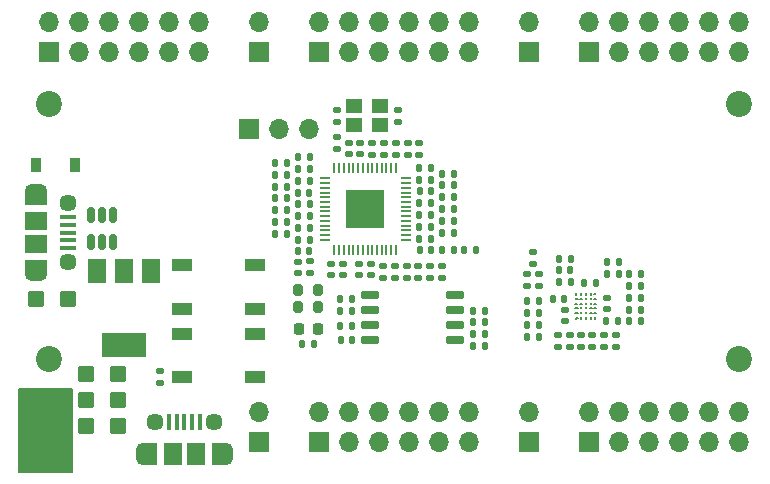
<source format=gts>
G04 #@! TF.GenerationSoftware,KiCad,Pcbnew,(6.0.7)*
G04 #@! TF.CreationDate,2022-09-05T12:55:51-07:00*
G04 #@! TF.ProjectId,ice2040,69636532-3034-4302-9e6b-696361645f70,1*
G04 #@! TF.SameCoordinates,Original*
G04 #@! TF.FileFunction,Soldermask,Top*
G04 #@! TF.FilePolarity,Negative*
%FSLAX46Y46*%
G04 Gerber Fmt 4.6, Leading zero omitted, Abs format (unit mm)*
G04 Created by KiCad (PCBNEW (6.0.7)) date 2022-09-05 12:55:51*
%MOMM*%
%LPD*%
G01*
G04 APERTURE LIST*
G04 Aperture macros list*
%AMRoundRect*
0 Rectangle with rounded corners*
0 $1 Rounding radius*
0 $2 $3 $4 $5 $6 $7 $8 $9 X,Y pos of 4 corners*
0 Add a 4 corners polygon primitive as box body*
4,1,4,$2,$3,$4,$5,$6,$7,$8,$9,$2,$3,0*
0 Add four circle primitives for the rounded corners*
1,1,$1+$1,$2,$3*
1,1,$1+$1,$4,$5*
1,1,$1+$1,$6,$7*
1,1,$1+$1,$8,$9*
0 Add four rect primitives between the rounded corners*
20,1,$1+$1,$2,$3,$4,$5,0*
20,1,$1+$1,$4,$5,$6,$7,0*
20,1,$1+$1,$6,$7,$8,$9,0*
20,1,$1+$1,$8,$9,$2,$3,0*%
G04 Aperture macros list end*
%ADD10C,0.127000*%
%ADD11C,0.135000*%
%ADD12RoundRect,0.200000X-0.200000X-0.275000X0.200000X-0.275000X0.200000X0.275000X-0.200000X0.275000X0*%
%ADD13RoundRect,0.135000X0.135000X0.185000X-0.135000X0.185000X-0.135000X-0.185000X0.135000X-0.185000X0*%
%ADD14RoundRect,0.135000X-0.185000X0.135000X-0.185000X-0.135000X0.185000X-0.135000X0.185000X0.135000X0*%
%ADD15RoundRect,0.140000X0.140000X0.170000X-0.140000X0.170000X-0.140000X-0.170000X0.140000X-0.170000X0*%
%ADD16RoundRect,0.135000X0.185000X-0.135000X0.185000X0.135000X-0.185000X0.135000X-0.185000X-0.135000X0*%
%ADD17RoundRect,0.135000X-0.135000X-0.185000X0.135000X-0.185000X0.135000X0.185000X-0.135000X0.185000X0*%
%ADD18RoundRect,0.250000X0.450000X0.425000X-0.450000X0.425000X-0.450000X-0.425000X0.450000X-0.425000X0*%
%ADD19R,1.400000X1.200000*%
%ADD20R,1.500000X2.000000*%
%ADD21R,3.800000X2.000000*%
%ADD22RoundRect,0.140000X-0.140000X-0.170000X0.140000X-0.170000X0.140000X0.170000X-0.140000X0.170000X0*%
%ADD23R,0.400000X1.350000*%
%ADD24C,1.450000*%
%ADD25R,1.200000X1.900000*%
%ADD26O,1.200000X1.900000*%
%ADD27R,1.500000X1.900000*%
%ADD28RoundRect,0.140000X-0.170000X0.140000X-0.170000X-0.140000X0.170000X-0.140000X0.170000X0.140000X0*%
%ADD29RoundRect,0.140000X0.170000X-0.140000X0.170000X0.140000X-0.170000X0.140000X-0.170000X-0.140000X0*%
%ADD30R,0.900000X1.200000*%
%ADD31RoundRect,0.150000X0.150000X-0.512500X0.150000X0.512500X-0.150000X0.512500X-0.150000X-0.512500X0*%
%ADD32R,1.700000X1.700000*%
%ADD33O,1.700000X1.700000*%
%ADD34R,1.800000X1.100000*%
%ADD35RoundRect,0.218750X-0.218750X-0.256250X0.218750X-0.256250X0.218750X0.256250X-0.218750X0.256250X0*%
%ADD36RoundRect,0.150000X0.650000X0.150000X-0.650000X0.150000X-0.650000X-0.150000X0.650000X-0.150000X0*%
%ADD37C,2.200000*%
%ADD38C,0.127000*%
%ADD39C,0.254000*%
%ADD40RoundRect,0.050000X0.387500X0.050000X-0.387500X0.050000X-0.387500X-0.050000X0.387500X-0.050000X0*%
%ADD41RoundRect,0.050000X0.050000X0.387500X-0.050000X0.387500X-0.050000X-0.387500X0.050000X-0.387500X0*%
%ADD42R,3.200000X3.200000*%
%ADD43R,1.350000X0.400000*%
%ADD44O,1.900000X1.200000*%
%ADD45R,1.900000X1.200000*%
%ADD46R,1.900000X1.500000*%
G04 APERTURE END LIST*
D10*
X156500000Y-108480000D02*
X156320000Y-108480000D01*
X157920000Y-108080000D02*
X158010000Y-108080000D01*
X156810000Y-107280000D02*
X156721500Y-107280000D01*
X156410000Y-107680000D02*
X156490000Y-107680000D01*
X157610000Y-108480000D02*
X157700000Y-108480000D01*
X157912500Y-108480000D02*
X158010000Y-108480000D01*
X158010000Y-108080000D02*
X158100000Y-108080000D01*
X156410000Y-108880000D02*
X156413850Y-108925298D01*
X156410000Y-108080000D02*
X156320000Y-108080000D01*
X156410000Y-108480000D02*
X156500000Y-108480000D01*
X156810000Y-108880000D02*
X156810000Y-108790000D01*
X156490000Y-107680000D02*
X156320000Y-107680000D01*
X157920000Y-107280000D02*
X158100000Y-107280000D01*
X157610000Y-108790000D02*
X157610000Y-108976000D01*
X156720000Y-107280000D02*
X156900000Y-107280000D01*
X156410000Y-106880000D02*
X156340000Y-106810000D01*
X156500000Y-107280000D02*
X156410000Y-107280000D01*
X156410000Y-108080000D02*
X156500000Y-108080000D01*
X158009500Y-108791000D02*
X158009500Y-108969000D01*
X156810000Y-106880000D02*
X156810000Y-106780000D01*
X156810000Y-108790000D02*
X156810000Y-108970000D01*
X156810000Y-106880000D02*
X156810000Y-106970000D01*
X109220000Y-114935000D02*
X113665000Y-114935000D01*
X113665000Y-114935000D02*
X113665000Y-121920000D01*
X113665000Y-121920000D02*
X109220000Y-121920000D01*
X109220000Y-121920000D02*
X109220000Y-114935000D01*
G36*
X109220000Y-114935000D02*
G01*
X113665000Y-114935000D01*
X113665000Y-121920000D01*
X109220000Y-121920000D01*
X109220000Y-114935000D01*
G37*
X157210000Y-108880000D02*
X157210000Y-108790000D01*
X157210000Y-106790000D02*
X157210000Y-106880000D01*
X156810000Y-106780000D02*
X156810000Y-106880000D01*
X157610000Y-108080000D02*
X157700000Y-108080000D01*
X158010000Y-108480000D02*
X158100000Y-108480000D01*
D11*
X157610000Y-106850000D02*
X157662500Y-106800000D01*
D10*
X156410000Y-107280000D02*
X156500000Y-107280000D01*
X157700000Y-108080000D02*
X157520000Y-108080000D01*
X157610000Y-108880000D02*
X157610000Y-108790000D01*
X156410000Y-106880000D02*
X156410000Y-106970000D01*
X157210000Y-106880000D02*
X157210000Y-106790000D01*
X156410000Y-107280000D02*
X156340000Y-107210000D01*
X156403850Y-108935298D02*
X156373850Y-108965298D01*
X156320000Y-108080000D02*
X156410000Y-108080000D01*
X158010000Y-107280000D02*
X157920000Y-107280000D01*
X158010000Y-107680000D02*
X158100000Y-107680000D01*
X156410000Y-106970000D02*
X156410000Y-106880000D01*
X156410000Y-108880000D02*
X156500000Y-108880000D01*
X157920000Y-107680000D02*
X158010000Y-107680000D01*
X157210000Y-106880000D02*
X157210000Y-106970000D01*
X158010000Y-107680000D02*
X157920000Y-107680000D01*
X158010000Y-106880000D02*
X157920000Y-106880000D01*
X158010000Y-108080000D02*
X157920000Y-108080000D01*
X157210000Y-108790000D02*
X157210000Y-108970000D01*
X156900000Y-107680000D02*
X156720000Y-107680000D01*
X157610000Y-108480000D02*
X157520000Y-108480000D01*
X157700000Y-108480000D02*
X157610000Y-108480000D01*
X156500000Y-108880000D02*
X156410000Y-108880000D01*
X156810000Y-107680000D02*
X156900000Y-107680000D01*
X157610000Y-106860000D02*
X157610000Y-106970000D01*
X158010000Y-106880000D02*
X158071500Y-106819000D01*
D12*
X132875000Y-106500000D03*
X134525000Y-106500000D03*
X132875000Y-108000000D03*
X134525000Y-108000000D03*
D13*
X148630000Y-110280000D03*
X147610000Y-110280000D03*
X144130000Y-101180000D03*
X143110000Y-101180000D03*
D14*
X156813850Y-110345298D03*
X156813850Y-111365298D03*
X159763850Y-110345298D03*
X159763850Y-111365298D03*
D15*
X133800000Y-103220000D03*
X132840000Y-103220000D03*
D13*
X148630000Y-108280000D03*
X147610000Y-108280000D03*
D14*
X143020000Y-104470000D03*
X143020000Y-105490000D03*
D16*
X121120000Y-114390000D03*
X121120000Y-113370000D03*
D17*
X132810000Y-96280000D03*
X133830000Y-96280000D03*
D14*
X142110000Y-94080000D03*
X142110000Y-95100000D03*
D18*
X117570000Y-115880000D03*
X114870000Y-115880000D03*
D15*
X133800000Y-98280000D03*
X132840000Y-98280000D03*
D14*
X140110000Y-94080000D03*
X140110000Y-95100000D03*
D19*
X139810000Y-90990000D03*
X137610000Y-90990000D03*
X137610000Y-92590000D03*
X139810000Y-92590000D03*
D20*
X120420000Y-104930000D03*
X118120000Y-104930000D03*
D21*
X118120000Y-111230000D03*
D20*
X115820000Y-104930000D03*
D22*
X157078500Y-105920000D03*
X158038500Y-105920000D03*
D23*
X121920000Y-117717500D03*
X122570000Y-117717500D03*
X123220000Y-117717500D03*
X123870000Y-117717500D03*
X124520000Y-117717500D03*
D24*
X125720000Y-117717500D03*
X120720000Y-117717500D03*
D25*
X126120000Y-120417500D03*
D26*
X119720000Y-120417500D03*
X126720000Y-120417500D03*
D27*
X122220000Y-120417500D03*
D25*
X120320000Y-120417500D03*
D27*
X124220000Y-120417500D03*
D28*
X155451500Y-108202000D03*
X155451500Y-109162000D03*
D17*
X136410000Y-107280000D03*
X137430000Y-107280000D03*
D13*
X146030000Y-97680000D03*
X145010000Y-97680000D03*
D29*
X132820000Y-105100000D03*
X132820000Y-104140000D03*
D30*
X110670000Y-95980000D03*
X113970000Y-95980000D03*
D13*
X155930000Y-103910000D03*
X154910000Y-103910000D03*
D17*
X130910000Y-95780000D03*
X131930000Y-95780000D03*
D14*
X155863850Y-110345298D03*
X155863850Y-111365298D03*
D16*
X139120000Y-95090000D03*
X139120000Y-94070000D03*
D17*
X132810000Y-100280000D03*
X133830000Y-100280000D03*
X130910000Y-100780000D03*
X131930000Y-100780000D03*
D14*
X158763850Y-110345298D03*
X158763850Y-111365298D03*
D17*
X130910000Y-98780000D03*
X131930000Y-98780000D03*
D31*
X115307500Y-102480000D03*
X116257500Y-102480000D03*
X117207500Y-102480000D03*
X117207500Y-100205000D03*
X116257500Y-100205000D03*
X115307500Y-100205000D03*
D17*
X130910000Y-99780000D03*
X131930000Y-99780000D03*
D13*
X144130000Y-96180000D03*
X143110000Y-96180000D03*
D29*
X138120000Y-95060000D03*
X138120000Y-94100000D03*
D13*
X148630000Y-109280000D03*
X147610000Y-109280000D03*
D17*
X145010000Y-101680000D03*
X146030000Y-101680000D03*
D29*
X137120000Y-95060000D03*
X137120000Y-94100000D03*
D32*
X152400000Y-86380000D03*
D33*
X152400000Y-83840000D03*
D13*
X146030000Y-96680000D03*
X145010000Y-96680000D03*
D32*
X128720000Y-92880000D03*
D33*
X131260000Y-92880000D03*
X133800000Y-92880000D03*
D15*
X155900000Y-104880000D03*
X154940000Y-104880000D03*
D18*
X117570000Y-113680000D03*
X114870000Y-113680000D03*
D28*
X139020000Y-104300000D03*
X139020000Y-105260000D03*
D18*
X117570000Y-118080000D03*
X114870000Y-118080000D03*
D17*
X158953850Y-105185298D03*
X159973850Y-105185298D03*
D32*
X157480000Y-119380000D03*
D33*
X160020000Y-119380000D03*
X162560000Y-119380000D03*
X165100000Y-119380000D03*
X167640000Y-119380000D03*
X170180000Y-119380000D03*
X157480000Y-116840000D03*
X160020000Y-116840000D03*
X162560000Y-116840000D03*
X165100000Y-116840000D03*
X167640000Y-116840000D03*
X170180000Y-116840000D03*
D17*
X130910000Y-96780000D03*
X131930000Y-96780000D03*
D14*
X143110000Y-94080000D03*
X143110000Y-95100000D03*
D17*
X160853850Y-107185298D03*
X161873850Y-107185298D03*
D14*
X141110000Y-94080000D03*
X141110000Y-95100000D03*
D13*
X146030000Y-99680000D03*
X145010000Y-99680000D03*
D17*
X147610000Y-111280000D03*
X148630000Y-111280000D03*
X132810000Y-95280000D03*
X133830000Y-95280000D03*
X152210000Y-108480000D03*
X153230000Y-108480000D03*
D34*
X123020000Y-108130000D03*
X129220000Y-108130000D03*
X123020000Y-104430000D03*
X129220000Y-104430000D03*
D28*
X138020000Y-104300000D03*
X138020000Y-105260000D03*
D17*
X146900000Y-103180000D03*
X147920000Y-103180000D03*
X136410000Y-108280000D03*
X137430000Y-108280000D03*
X160853850Y-105185298D03*
X161873850Y-105185298D03*
X160853850Y-109185298D03*
X161873850Y-109185298D03*
D18*
X113370000Y-107280000D03*
X110670000Y-107280000D03*
D32*
X129540000Y-86360000D03*
D33*
X129540000Y-83820000D03*
D15*
X137400000Y-110780000D03*
X136440000Y-110780000D03*
D17*
X152210000Y-109480000D03*
X153230000Y-109480000D03*
D13*
X146030000Y-100680000D03*
X145010000Y-100680000D03*
D32*
X134620000Y-119380000D03*
D33*
X137160000Y-119380000D03*
X139700000Y-119380000D03*
X142240000Y-119380000D03*
X144780000Y-119380000D03*
X147320000Y-119380000D03*
X134620000Y-116840000D03*
X137160000Y-116840000D03*
X139700000Y-116840000D03*
X142240000Y-116840000D03*
X144780000Y-116840000D03*
X147320000Y-116840000D03*
D17*
X136410000Y-109580000D03*
X137430000Y-109580000D03*
D34*
X129220000Y-110230000D03*
X123020000Y-110230000D03*
X129220000Y-113930000D03*
X123020000Y-113930000D03*
D32*
X111760000Y-86365000D03*
D33*
X114300000Y-86365000D03*
X116840000Y-86365000D03*
X119380000Y-86365000D03*
X121920000Y-86365000D03*
X124460000Y-86365000D03*
X111760000Y-83825000D03*
X114300000Y-83825000D03*
X116840000Y-83825000D03*
X119380000Y-83825000D03*
X121920000Y-83825000D03*
X124460000Y-83825000D03*
D35*
X132925000Y-109800000D03*
X134500000Y-109800000D03*
D17*
X130910000Y-101780000D03*
X131930000Y-101780000D03*
D16*
X152763850Y-104295298D03*
X152763850Y-103275298D03*
D13*
X144130000Y-102180000D03*
X143110000Y-102180000D03*
D14*
X144020000Y-104470000D03*
X144020000Y-105490000D03*
D17*
X132810000Y-101280000D03*
X133830000Y-101280000D03*
X160853850Y-106185298D03*
X161873850Y-106185298D03*
D28*
X141310000Y-91310000D03*
X141310000Y-92270000D03*
D17*
X152210000Y-110480000D03*
X153230000Y-110480000D03*
D36*
X146120000Y-110785000D03*
X146120000Y-109515000D03*
X146120000Y-108245000D03*
X146120000Y-106975000D03*
X138920000Y-106975000D03*
X138920000Y-108245000D03*
X138920000Y-109515000D03*
X138920000Y-110785000D03*
D37*
X111760000Y-112395000D03*
D38*
X156410000Y-106880000D03*
X156810000Y-106880000D03*
X157210000Y-106880000D03*
X157610000Y-106880000D03*
X158010000Y-106880000D03*
X156410000Y-107280000D03*
X156810000Y-107280000D03*
D39*
X157210000Y-107280000D03*
X157610000Y-107280000D03*
D38*
X158010000Y-107280000D03*
X156410000Y-107680000D03*
X156810000Y-107680000D03*
D39*
X157210000Y-107680000D03*
X157610000Y-107680000D03*
D38*
X158010000Y-107680000D03*
X156410000Y-108080000D03*
D39*
X156810000Y-108080000D03*
X157210000Y-108080000D03*
D38*
X157610000Y-108080000D03*
X158010000Y-108080000D03*
X156410000Y-108480000D03*
D39*
X156810000Y-108480000D03*
X157210000Y-108480000D03*
D38*
X157610000Y-108480000D03*
X158010000Y-108480000D03*
X156410000Y-108880000D03*
X156810000Y-108880000D03*
X157210000Y-108880000D03*
X157610000Y-108880000D03*
X158010000Y-108880000D03*
D32*
X129540000Y-119375000D03*
D33*
X129540000Y-116835000D03*
D28*
X135620000Y-104300000D03*
X135620000Y-105260000D03*
D17*
X132810000Y-102280000D03*
X133830000Y-102280000D03*
D13*
X144130000Y-100180000D03*
X143110000Y-100180000D03*
X146020000Y-103180000D03*
X145000000Y-103180000D03*
D16*
X153263850Y-106195298D03*
X153263850Y-105175298D03*
D17*
X132810000Y-97280000D03*
X133830000Y-97280000D03*
X132810000Y-99280000D03*
X133830000Y-99280000D03*
D40*
X141957500Y-102280000D03*
X141957500Y-101880000D03*
X141957500Y-101480000D03*
X141957500Y-101080000D03*
X141957500Y-100680000D03*
X141957500Y-100280000D03*
X141957500Y-99880000D03*
X141957500Y-99480000D03*
X141957500Y-99080000D03*
X141957500Y-98680000D03*
X141957500Y-98280000D03*
X141957500Y-97880000D03*
X141957500Y-97480000D03*
X141957500Y-97080000D03*
D41*
X141120000Y-96242500D03*
X140720000Y-96242500D03*
X140320000Y-96242500D03*
X139920000Y-96242500D03*
X139520000Y-96242500D03*
X139120000Y-96242500D03*
X138720000Y-96242500D03*
X138320000Y-96242500D03*
X137920000Y-96242500D03*
X137520000Y-96242500D03*
X137120000Y-96242500D03*
X136720000Y-96242500D03*
X136320000Y-96242500D03*
X135920000Y-96242500D03*
D40*
X135082500Y-97080000D03*
X135082500Y-97480000D03*
X135082500Y-97880000D03*
X135082500Y-98280000D03*
X135082500Y-98680000D03*
X135082500Y-99080000D03*
X135082500Y-99480000D03*
X135082500Y-99880000D03*
X135082500Y-100280000D03*
X135082500Y-100680000D03*
X135082500Y-101080000D03*
X135082500Y-101480000D03*
X135082500Y-101880000D03*
X135082500Y-102280000D03*
D41*
X135920000Y-103117500D03*
X136320000Y-103117500D03*
X136720000Y-103117500D03*
X137120000Y-103117500D03*
X137520000Y-103117500D03*
X137920000Y-103117500D03*
X138320000Y-103117500D03*
X138720000Y-103117500D03*
X139120000Y-103117500D03*
X139520000Y-103117500D03*
X139920000Y-103117500D03*
X140320000Y-103117500D03*
X140720000Y-103117500D03*
X141120000Y-103117500D03*
D42*
X138520000Y-99680000D03*
D16*
X136120000Y-94600000D03*
X136120000Y-93580000D03*
D14*
X154863850Y-110345298D03*
X154863850Y-111365298D03*
D17*
X160853850Y-108185298D03*
X161873850Y-108185298D03*
D14*
X157763850Y-110345298D03*
X157763850Y-111365298D03*
D32*
X157480000Y-86365000D03*
D33*
X160020000Y-86365000D03*
X162560000Y-86365000D03*
X165100000Y-86365000D03*
X167640000Y-86365000D03*
X170180000Y-86365000D03*
X157480000Y-83825000D03*
X160020000Y-83825000D03*
X162560000Y-83825000D03*
X165100000Y-83825000D03*
X167640000Y-83825000D03*
X170180000Y-83825000D03*
D13*
X144130000Y-97180000D03*
X143110000Y-97180000D03*
D14*
X140020000Y-104470000D03*
X140020000Y-105490000D03*
X145020000Y-104470000D03*
X145020000Y-105490000D03*
D28*
X136110000Y-91310000D03*
X136110000Y-92270000D03*
D22*
X143140000Y-98180000D03*
X144100000Y-98180000D03*
D13*
X134222500Y-111100000D03*
X133202500Y-111100000D03*
D17*
X130910000Y-97780000D03*
X131930000Y-97780000D03*
D22*
X143140000Y-103180000D03*
X144100000Y-103180000D03*
D37*
X170180000Y-90805000D03*
D16*
X152263850Y-106195298D03*
X152263850Y-105175298D03*
D17*
X158953850Y-104185298D03*
X159973850Y-104185298D03*
D13*
X144130000Y-99180000D03*
X143110000Y-99180000D03*
X159953850Y-109185298D03*
X158933850Y-109185298D03*
D29*
X158970000Y-108180000D03*
X158970000Y-107220000D03*
D15*
X155350500Y-107304000D03*
X154390500Y-107304000D03*
D32*
X152400000Y-119375000D03*
D33*
X152400000Y-116835000D03*
D14*
X142020000Y-104470000D03*
X142020000Y-105490000D03*
D37*
X170180000Y-112395000D03*
D13*
X146030000Y-98680000D03*
X145010000Y-98680000D03*
D16*
X133820000Y-105130000D03*
X133820000Y-104110000D03*
D32*
X134620000Y-86365000D03*
D33*
X137160000Y-86365000D03*
X139700000Y-86365000D03*
X142240000Y-86365000D03*
X144780000Y-86365000D03*
X147320000Y-86365000D03*
X134620000Y-83825000D03*
X137160000Y-83825000D03*
X139700000Y-83825000D03*
X142240000Y-83825000D03*
X144780000Y-83825000D03*
X147320000Y-83825000D03*
D15*
X155920000Y-105830000D03*
X154960000Y-105830000D03*
D43*
X113320000Y-100372500D03*
X113320000Y-101022500D03*
X113320000Y-101672500D03*
X113320000Y-102322500D03*
X113320000Y-102972500D03*
D24*
X113320000Y-99172500D03*
D44*
X110620000Y-105172500D03*
X110620000Y-98172500D03*
D24*
X113320000Y-104172500D03*
D45*
X110620000Y-104572500D03*
D46*
X110620000Y-102672500D03*
X110620000Y-100672500D03*
D45*
X110620000Y-98772500D03*
D28*
X136620000Y-104300000D03*
X136620000Y-105260000D03*
D14*
X141020000Y-104470000D03*
X141020000Y-105490000D03*
D17*
X152210000Y-107480000D03*
X153230000Y-107480000D03*
D37*
X111760000Y-90805000D03*
M02*

</source>
